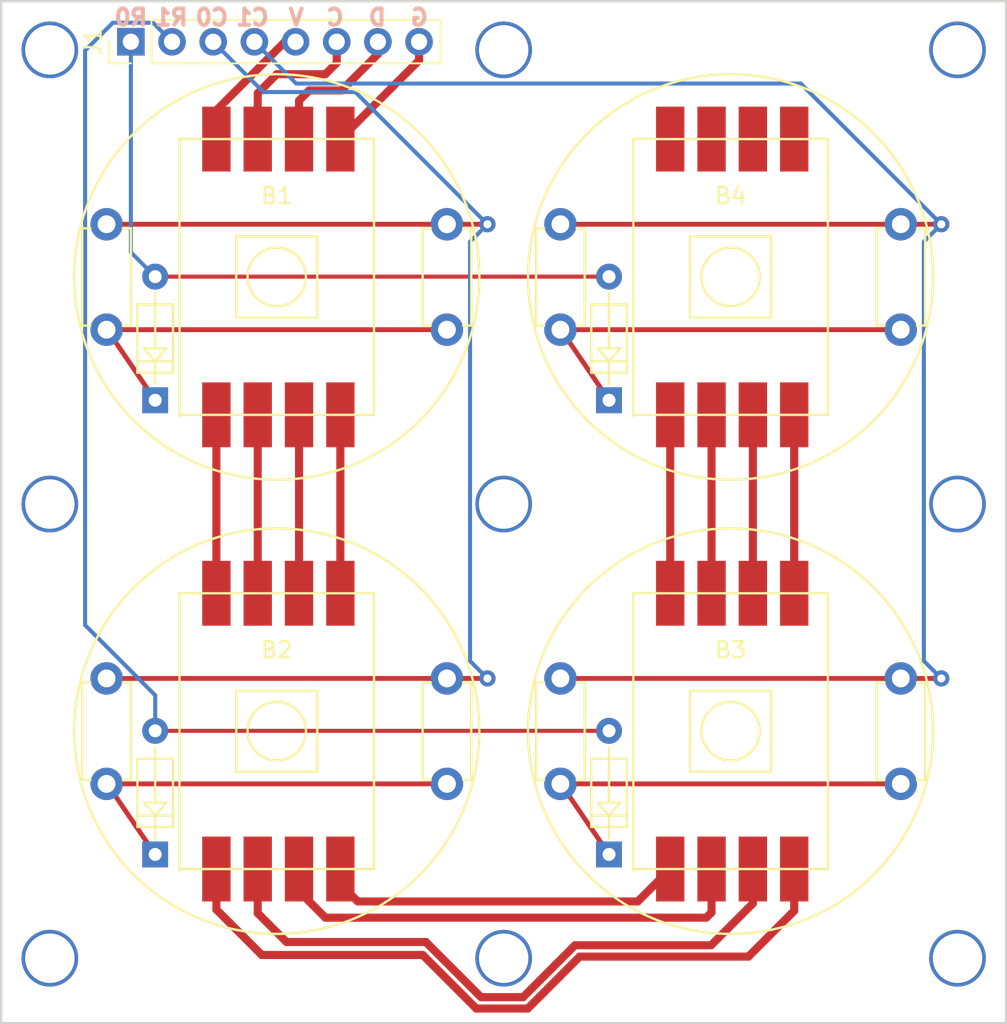
<source format=kicad_pcb>
(kicad_pcb (version 4) (host pcbnew 4.0.7)

  (general
    (links 24)
    (no_connects 0)
    (area 82.924999 82.924999 145.075001 146.075001)
    (thickness 1.6)
    (drawings 12)
    (tracks 77)
    (zones 0)
    (modules 14)
    (nets 25)
  )

  (page A4)
  (layers
    (0 F.Cu signal)
    (31 B.Cu signal)
    (32 B.Adhes user)
    (33 F.Adhes user)
    (34 B.Paste user)
    (35 F.Paste user)
    (36 B.SilkS user)
    (37 F.SilkS user)
    (38 B.Mask user)
    (39 F.Mask user)
    (40 Dwgs.User user)
    (41 Cmts.User user)
    (42 Eco1.User user)
    (43 Eco2.User user)
    (44 Edge.Cuts user)
    (45 Margin user)
    (46 B.CrtYd user)
    (47 F.CrtYd user)
    (48 B.Fab user)
    (49 F.Fab user hide)
  )

  (setup
    (last_trace_width 0.25)
    (user_trace_width 0.25)
    (user_trace_width 0.5)
    (user_trace_width 0.75)
    (trace_clearance 0.2)
    (zone_clearance 0.508)
    (zone_45_only no)
    (trace_min 0.2)
    (segment_width 0.2)
    (edge_width 0.15)
    (via_size 0.6)
    (via_drill 0.4)
    (via_min_size 0.4)
    (via_min_drill 0.3)
    (uvia_size 0.3)
    (uvia_drill 0.1)
    (uvias_allowed no)
    (uvia_min_size 0.2)
    (uvia_min_drill 0.1)
    (pcb_text_width 0.3)
    (pcb_text_size 1.5 1.5)
    (mod_edge_width 0.15)
    (mod_text_size 1 1)
    (mod_text_width 0.15)
    (pad_size 1.524 1.524)
    (pad_drill 0.762)
    (pad_to_mask_clearance 0.2)
    (aux_axis_origin 0 0)
    (visible_elements 7FFFF77F)
    (pcbplotparams
      (layerselection 0x00030_80000001)
      (usegerberextensions false)
      (excludeedgelayer true)
      (linewidth 0.100000)
      (plotframeref false)
      (viasonmask false)
      (mode 1)
      (useauxorigin false)
      (hpglpennumber 1)
      (hpglpenspeed 20)
      (hpglpendiameter 15)
      (hpglpenoverlay 2)
      (psnegative false)
      (psa4output false)
      (plotreference true)
      (plotvalue true)
      (plotinvisibletext false)
      (padsonsilk false)
      (subtractmaskfromsilk false)
      (outputformat 1)
      (mirror false)
      (drillshape 1)
      (scaleselection 1)
      (outputdirectory ""))
  )

  (net 0 "")
  (net 1 COL_0)
  (net 2 ROW_0)
  (net 3 "Net-(B1-Pad5)")
  (net 4 "Net-(B1-Pad8)")
  (net 5 "Net-(B1-Pad6)")
  (net 6 "Net-(B1-Pad7)")
  (net 7 "Net-(B1-Pad3)")
  (net 8 "Net-(B1-Pad2)")
  (net 9 "Net-(B1-Pad4)")
  (net 10 "Net-(B1-Pad1)")
  (net 11 ROW_1)
  (net 12 "Net-(B2-Pad5)")
  (net 13 "Net-(B2-Pad8)")
  (net 14 "Net-(B2-Pad6)")
  (net 15 "Net-(B2-Pad7)")
  (net 16 COL_1)
  (net 17 "Net-(B3-Pad3)")
  (net 18 "Net-(B3-Pad2)")
  (net 19 "Net-(B3-Pad4)")
  (net 20 "Net-(B3-Pad1)")
  (net 21 "Net-(B4-Pad3)")
  (net 22 "Net-(B4-Pad2)")
  (net 23 "Net-(B4-Pad4)")
  (net 24 "Net-(B4-Pad1)")

  (net_class Default "This is the default net class."
    (clearance 0.2)
    (trace_width 0.25)
    (via_dia 0.6)
    (via_drill 0.4)
    (uvia_dia 0.3)
    (uvia_drill 0.1)
    (add_net COL_0)
    (add_net COL_1)
    (add_net "Net-(B1-Pad1)")
    (add_net "Net-(B1-Pad2)")
    (add_net "Net-(B1-Pad3)")
    (add_net "Net-(B1-Pad4)")
    (add_net "Net-(B1-Pad5)")
    (add_net "Net-(B1-Pad6)")
    (add_net "Net-(B1-Pad7)")
    (add_net "Net-(B1-Pad8)")
    (add_net "Net-(B2-Pad5)")
    (add_net "Net-(B2-Pad6)")
    (add_net "Net-(B2-Pad7)")
    (add_net "Net-(B2-Pad8)")
    (add_net "Net-(B3-Pad1)")
    (add_net "Net-(B3-Pad2)")
    (add_net "Net-(B3-Pad3)")
    (add_net "Net-(B3-Pad4)")
    (add_net "Net-(B4-Pad1)")
    (add_net "Net-(B4-Pad2)")
    (add_net "Net-(B4-Pad3)")
    (add_net "Net-(B4-Pad4)")
    (add_net ROW_0)
    (add_net ROW_1)
  )

  (module custom:mount (layer F.Cu) (tedit 5B36BFAA) (tstamp 5B36C44A)
    (at 142 142)
    (descr "3mm mount hole for 5.25mm standoff")
    (tags DEV)
    (fp_text reference REF** (at 0 -3.048) (layer F.SilkS) hide
      (effects (font (size 1 1) (thickness 0.15)))
    )
    (fp_text value mount (at 0 3) (layer F.Fab) hide
      (effects (font (size 1 1) (thickness 0.15)))
    )
    (fp_circle (center 0 0) (end 2.6 0) (layer F.CrtYd) (width 0.05))
    (pad 0 thru_hole circle (at 0 0) (size 3.5 3.5) (drill 3.048) (layers *.Cu *.Mask))
  )

  (module custom:mount (layer F.Cu) (tedit 5B36BFAA) (tstamp 5B36C445)
    (at 114 142)
    (descr "3mm mount hole for 5.25mm standoff")
    (tags DEV)
    (fp_text reference REF** (at 0 -3.048) (layer F.SilkS) hide
      (effects (font (size 1 1) (thickness 0.15)))
    )
    (fp_text value mount (at 0 3) (layer F.Fab) hide
      (effects (font (size 1 1) (thickness 0.15)))
    )
    (fp_circle (center 0 0) (end 2.6 0) (layer F.CrtYd) (width 0.05))
    (pad 0 thru_hole circle (at 0 0) (size 3.5 3.5) (drill 3.048) (layers *.Cu *.Mask))
  )

  (module custom:mount (layer F.Cu) (tedit 5B36BFAA) (tstamp 5B36C440)
    (at 86 142)
    (descr "3mm mount hole for 5.25mm standoff")
    (tags DEV)
    (fp_text reference REF** (at 0 -3.048) (layer F.SilkS) hide
      (effects (font (size 1 1) (thickness 0.15)))
    )
    (fp_text value mount (at 0 3) (layer F.Fab) hide
      (effects (font (size 1 1) (thickness 0.15)))
    )
    (fp_circle (center 0 0) (end 2.6 0) (layer F.CrtYd) (width 0.05))
    (pad 0 thru_hole circle (at 0 0) (size 3.5 3.5) (drill 3.048) (layers *.Cu *.Mask))
  )

  (module custom:mount (layer F.Cu) (tedit 5B36BFAA) (tstamp 5B36C43B)
    (at 142 114)
    (descr "3mm mount hole for 5.25mm standoff")
    (tags DEV)
    (fp_text reference REF** (at 0 -3.048) (layer F.SilkS) hide
      (effects (font (size 1 1) (thickness 0.15)))
    )
    (fp_text value mount (at 0 3) (layer F.Fab) hide
      (effects (font (size 1 1) (thickness 0.15)))
    )
    (fp_circle (center 0 0) (end 2.6 0) (layer F.CrtYd) (width 0.05))
    (pad 0 thru_hole circle (at 0 0) (size 3.5 3.5) (drill 3.048) (layers *.Cu *.Mask))
  )

  (module custom:mount (layer F.Cu) (tedit 5B36BFAA) (tstamp 5B36C436)
    (at 114 114)
    (descr "3mm mount hole for 5.25mm standoff")
    (tags DEV)
    (fp_text reference REF** (at 0 -3.048) (layer F.SilkS) hide
      (effects (font (size 1 1) (thickness 0.15)))
    )
    (fp_text value mount (at 0 3) (layer F.Fab) hide
      (effects (font (size 1 1) (thickness 0.15)))
    )
    (fp_circle (center 0 0) (end 2.6 0) (layer F.CrtYd) (width 0.05))
    (pad 0 thru_hole circle (at 0 0) (size 3.5 3.5) (drill 3.048) (layers *.Cu *.Mask))
  )

  (module custom:mount (layer F.Cu) (tedit 5B36BFAA) (tstamp 5B36C431)
    (at 86 114)
    (descr "3mm mount hole for 5.25mm standoff")
    (tags DEV)
    (fp_text reference REF** (at 0 -3.048) (layer F.SilkS) hide
      (effects (font (size 1 1) (thickness 0.15)))
    )
    (fp_text value mount (at 0 3) (layer F.Fab) hide
      (effects (font (size 1 1) (thickness 0.15)))
    )
    (fp_circle (center 0 0) (end 2.6 0) (layer F.CrtYd) (width 0.05))
    (pad 0 thru_hole circle (at 0 0) (size 3.5 3.5) (drill 3.048) (layers *.Cu *.Mask))
  )

  (module custom:mount (layer F.Cu) (tedit 5B36BFAA) (tstamp 5B36C42C)
    (at 142 86)
    (descr "3mm mount hole for 5.25mm standoff")
    (tags DEV)
    (fp_text reference REF** (at 0 -3.048) (layer F.SilkS) hide
      (effects (font (size 1 1) (thickness 0.15)))
    )
    (fp_text value mount (at 0 3) (layer F.Fab) hide
      (effects (font (size 1 1) (thickness 0.15)))
    )
    (fp_circle (center 0 0) (end 2.6 0) (layer F.CrtYd) (width 0.05))
    (pad 0 thru_hole circle (at 0 0) (size 3.5 3.5) (drill 3.048) (layers *.Cu *.Mask))
  )

  (module custom:mount (layer F.Cu) (tedit 5B36BFAA) (tstamp 5B36C427)
    (at 114 86)
    (descr "3mm mount hole for 5.25mm standoff")
    (tags DEV)
    (fp_text reference REF** (at 0 -3.048) (layer F.SilkS) hide
      (effects (font (size 1 1) (thickness 0.15)))
    )
    (fp_text value mount (at 0 3) (layer F.Fab) hide
      (effects (font (size 1 1) (thickness 0.15)))
    )
    (fp_circle (center 0 0) (end 2.6 0) (layer F.CrtYd) (width 0.05))
    (pad 0 thru_hole circle (at 0 0) (size 3.5 3.5) (drill 3.048) (layers *.Cu *.Mask))
  )

  (module Socket_Strips:Socket_Strip_Straight_1x08_Pitch2.54mm (layer F.Cu) (tedit 5B36C0E3) (tstamp 5B36BFE0)
    (at 91 85.5 90)
    (descr "Through hole straight socket strip, 1x08, 2.54mm pitch, single row")
    (tags "Through hole socket strip THT 1x08 2.54mm single row")
    (path /5B36C3AB)
    (fp_text reference J1 (at 0 -2.33 90) (layer F.SilkS)
      (effects (font (size 1 1) (thickness 0.15)))
    )
    (fp_text value Conn_01x08 (at 0 20.11 90) (layer F.Fab) hide
      (effects (font (size 1 1) (thickness 0.15)))
    )
    (fp_line (start -1.27 -1.27) (end -1.27 19.05) (layer F.Fab) (width 0.1))
    (fp_line (start -1.27 19.05) (end 1.27 19.05) (layer F.Fab) (width 0.1))
    (fp_line (start 1.27 19.05) (end 1.27 -1.27) (layer F.Fab) (width 0.1))
    (fp_line (start 1.27 -1.27) (end -1.27 -1.27) (layer F.Fab) (width 0.1))
    (fp_line (start -1.33 1.27) (end -1.33 19.11) (layer F.SilkS) (width 0.12))
    (fp_line (start -1.33 19.11) (end 1.33 19.11) (layer F.SilkS) (width 0.12))
    (fp_line (start 1.33 19.11) (end 1.33 1.27) (layer F.SilkS) (width 0.12))
    (fp_line (start 1.33 1.27) (end -1.33 1.27) (layer F.SilkS) (width 0.12))
    (fp_line (start -1.33 0) (end -1.33 -1.33) (layer F.SilkS) (width 0.12))
    (fp_line (start -1.33 -1.33) (end 0 -1.33) (layer F.SilkS) (width 0.12))
    (fp_line (start -1.8 -1.8) (end -1.8 19.55) (layer F.CrtYd) (width 0.05))
    (fp_line (start -1.8 19.55) (end 1.8 19.55) (layer F.CrtYd) (width 0.05))
    (fp_line (start 1.8 19.55) (end 1.8 -1.8) (layer F.CrtYd) (width 0.05))
    (fp_line (start 1.8 -1.8) (end -1.8 -1.8) (layer F.CrtYd) (width 0.05))
    (fp_text user %R (at 0 -2.33 90) (layer F.Fab)
      (effects (font (size 1 1) (thickness 0.15)))
    )
    (pad 1 thru_hole rect (at 0 0 90) (size 1.7 1.7) (drill 1) (layers *.Cu *.Mask)
      (net 2 ROW_0))
    (pad 2 thru_hole oval (at 0 2.54 90) (size 1.7 1.7) (drill 1) (layers *.Cu *.Mask)
      (net 11 ROW_1))
    (pad 3 thru_hole oval (at 0 5.08 90) (size 1.7 1.7) (drill 1) (layers *.Cu *.Mask)
      (net 1 COL_0))
    (pad 4 thru_hole oval (at 0 7.62 90) (size 1.7 1.7) (drill 1) (layers *.Cu *.Mask)
      (net 16 COL_1))
    (pad 5 thru_hole oval (at 0 10.16 90) (size 1.7 1.7) (drill 1) (layers *.Cu *.Mask)
      (net 10 "Net-(B1-Pad1)"))
    (pad 6 thru_hole oval (at 0 12.7 90) (size 1.7 1.7) (drill 1) (layers *.Cu *.Mask)
      (net 8 "Net-(B1-Pad2)"))
    (pad 7 thru_hole oval (at 0 15.24 90) (size 1.7 1.7) (drill 1) (layers *.Cu *.Mask)
      (net 7 "Net-(B1-Pad3)"))
    (pad 8 thru_hole oval (at 0 17.78 90) (size 1.7 1.7) (drill 1) (layers *.Cu *.Mask)
      (net 9 "Net-(B1-Pad4)"))
    (model ${KISYS3DMOD}/Socket_Strips.3dshapes/Socket_Strip_Straight_1x08_Pitch2.54mm.wrl
      (at (xyz 0 -0.35 0))
      (scale (xyz 1 1 1))
      (rotate (xyz 0 0 270))
    )
  )

  (module custom:mount (layer F.Cu) (tedit 5B36BFAA) (tstamp 5B36C40D)
    (at 86 86)
    (descr "3mm mount hole for 5.25mm standoff")
    (tags DEV)
    (fp_text reference REF** (at 0 -3.048) (layer F.SilkS) hide
      (effects (font (size 1 1) (thickness 0.15)))
    )
    (fp_text value mount (at 0 3) (layer F.Fab) hide
      (effects (font (size 1 1) (thickness 0.15)))
    )
    (fp_circle (center 0 0) (end 2.6 0) (layer F.CrtYd) (width 0.05))
    (pad 0 thru_hole circle (at 0 0) (size 3.5 3.5) (drill 3.048) (layers *.Cu *.Mask))
  )

  (module custom:bixel (layer F.Cu) (tedit 5B36C38B) (tstamp 5B36BF20)
    (at 100 100)
    (tags bixel)
    (path /5B36BF26)
    (fp_text reference B1 (at 0 -5) (layer F.SilkS)
      (effects (font (size 1 1) (thickness 0.15)))
    )
    (fp_text value bixel_down (at 0 5.25) (layer F.Fab) hide
      (effects (font (size 1 1) (thickness 0.15)))
    )
    (fp_line (start 10.5 -3.25) (end 13 -3.25) (layer F.Cu) (width 0.3))
    (fp_line (start -7.5 7.6) (end -10.5 3.2) (layer F.Cu) (width 0.3))
    (fp_line (start -10.5 3.25) (end 10.5 3.25) (layer F.Cu) (width 0.3))
    (fp_line (start -10.5 -3.25) (end 10.5 -3.25) (layer F.Cu) (width 0.3))
    (fp_circle (center 0 0) (end 14 0) (layer F.Fab) (width 0.15))
    (fp_circle (center 0 0) (end 9 0) (layer F.Fab) (width 0.15))
    (fp_circle (center 0 0) (end 0 12.5) (layer F.SilkS) (width 0.15))
    (fp_line (start 12 -3) (end 11.5 -3) (layer F.SilkS) (width 0.15))
    (fp_line (start 12 3) (end 12 -3) (layer F.SilkS) (width 0.15))
    (fp_line (start 11.5 3) (end 12 3) (layer F.SilkS) (width 0.15))
    (fp_line (start 9 3) (end 9.5 3) (layer F.SilkS) (width 0.15))
    (fp_line (start 9 -3) (end 9 3) (layer F.SilkS) (width 0.15))
    (fp_line (start 9.5 -3) (end 9 -3) (layer F.SilkS) (width 0.15))
    (fp_line (start -11.5 -3) (end -12 -3) (layer F.SilkS) (width 0.15))
    (fp_line (start -12 -3) (end -12 3) (layer F.SilkS) (width 0.15))
    (fp_line (start -12 3) (end -11.5 3) (layer F.SilkS) (width 0.15))
    (fp_line (start -9.5 3) (end -9 3) (layer F.SilkS) (width 0.15))
    (fp_line (start -9 3) (end -9 -3) (layer F.SilkS) (width 0.15))
    (fp_line (start -9 -3) (end -9.5 -3) (layer F.SilkS) (width 0.15))
    (fp_line (start -7.5 5.2) (end -7.5 5.9) (layer F.SilkS) (width 0.15))
    (fp_line (start -7.5 5.9) (end -7.5 6.6) (layer F.SilkS) (width 0.15))
    (fp_line (start -7.5 4.4) (end -7.5 1) (layer F.SilkS) (width 0.15))
    (fp_line (start -7.5 5.2) (end -8.2 4.4) (layer F.SilkS) (width 0.15))
    (fp_line (start -8.2 4.4) (end -6.8 4.4) (layer F.SilkS) (width 0.15))
    (fp_line (start -6.8 4.4) (end -7.5 5.2) (layer F.SilkS) (width 0.15))
    (fp_line (start -8.6 5.2) (end -6.4 5.2) (layer F.SilkS) (width 0.15))
    (fp_line (start -8.6 5.9) (end -8.6 1.7) (layer F.SilkS) (width 0.15))
    (fp_line (start -8.6 1.7) (end -6.4 1.7) (layer F.SilkS) (width 0.15))
    (fp_line (start -6.4 1.7) (end -6.4 5.9) (layer F.SilkS) (width 0.15))
    (fp_line (start -6.4 5.9) (end -8.6 5.9) (layer F.SilkS) (width 0.15))
    (fp_circle (center 0 0) (end 1 1.5) (layer F.SilkS) (width 0.15))
    (fp_line (start -2.5 0) (end -2.5 -2.5) (layer F.SilkS) (width 0.15))
    (fp_line (start -2.5 -2.5) (end 2.5 -2.5) (layer F.SilkS) (width 0.15))
    (fp_line (start 2.5 -2.5) (end 2.5 2.5) (layer F.SilkS) (width 0.15))
    (fp_line (start 2.5 2.5) (end -2.5 2.5) (layer F.SilkS) (width 0.15))
    (fp_line (start -2.5 2.5) (end -2.5 0) (layer F.SilkS) (width 0.15))
    (fp_line (start -6 0) (end -6 -8.5) (layer F.SilkS) (width 0.15))
    (fp_line (start -6 -8.5) (end 6 -8.5) (layer F.SilkS) (width 0.15))
    (fp_line (start 6 -8.5) (end 6 8.5) (layer F.SilkS) (width 0.15))
    (fp_line (start 6 8.5) (end -6 8.5) (layer F.SilkS) (width 0.15))
    (fp_line (start -6 8.6) (end -6 0.1) (layer F.SilkS) (width 0.15))
    (pad 10 thru_hole circle (at 13 -3.25) (size 1 1) (drill 0.5) (layers *.Cu *.Mask)
      (net 1 COL_0))
    (pad "" thru_hole circle (at 10.5 -3.25) (size 2 2) (drill 1.1) (layers *.Cu *.Mask))
    (pad "" thru_hole circle (at 10.5 3.25) (size 2 2) (drill 1.1) (layers *.Cu *.Mask))
    (pad "" thru_hole circle (at -10.5 3.25) (size 2 2) (drill 1.1) (layers *.Cu *.Mask))
    (pad "" thru_hole circle (at -10.5 -3.25) (size 2 2) (drill 1.1) (layers *.Cu *.Mask))
    (pad 9 thru_hole oval (at -7.5 -0.02 90) (size 1.6 1.6) (drill 0.8) (layers *.Cu *.Mask)
      (net 2 ROW_0))
    (pad 5 smd rect (at -3.725 8.5) (size 1.75 4) (layers F.Cu F.Paste F.Mask)
      (net 3 "Net-(B1-Pad5)"))
    (pad 8 smd rect (at 3.925 8.5) (size 1.75 4) (layers F.Cu F.Paste F.Mask)
      (net 4 "Net-(B1-Pad8)"))
    (pad 6 smd rect (at -1.175 8.5) (size 1.75 4) (layers F.Cu F.Paste F.Mask)
      (net 5 "Net-(B1-Pad6)"))
    (pad 7 smd rect (at 1.375 8.5) (size 1.75 4) (layers F.Cu F.Paste F.Mask)
      (net 6 "Net-(B1-Pad7)"))
    (pad 3 smd rect (at 1.375 -8.5) (size 1.75 4) (layers F.Cu F.Paste F.Mask)
      (net 7 "Net-(B1-Pad3)"))
    (pad 2 smd rect (at -1.175 -8.5) (size 1.75 4) (layers F.Cu F.Paste F.Mask)
      (net 8 "Net-(B1-Pad2)"))
    (pad 4 smd rect (at 3.925 -8.5) (size 1.75 4) (layers F.Cu F.Paste F.Mask)
      (net 9 "Net-(B1-Pad4)"))
    (pad 1 smd rect (at -3.725 -8.5) (size 1.75 4) (layers F.Cu F.Paste F.Mask)
      (net 10 "Net-(B1-Pad1)"))
    (pad "" thru_hole rect (at -7.5 7.6 90) (size 1.6 1.6) (drill 0.8) (layers *.Cu *.Mask))
  )

  (module custom:bixel (layer F.Cu) (tedit 5B36C38B) (tstamp 5B36BFD4)
    (at 128 100)
    (tags bixel)
    (path /5B36BF6D)
    (fp_text reference B4 (at 0 -5) (layer F.SilkS)
      (effects (font (size 1 1) (thickness 0.15)))
    )
    (fp_text value bixel_up (at 0 5.25) (layer F.Fab) hide
      (effects (font (size 1 1) (thickness 0.15)))
    )
    (fp_line (start 10.5 -3.25) (end 13 -3.25) (layer F.Cu) (width 0.3))
    (fp_line (start -7.5 7.6) (end -10.5 3.2) (layer F.Cu) (width 0.3))
    (fp_line (start -10.5 3.25) (end 10.5 3.25) (layer F.Cu) (width 0.3))
    (fp_line (start -10.5 -3.25) (end 10.5 -3.25) (layer F.Cu) (width 0.3))
    (fp_circle (center 0 0) (end 14 0) (layer F.Fab) (width 0.15))
    (fp_circle (center 0 0) (end 9 0) (layer F.Fab) (width 0.15))
    (fp_circle (center 0 0) (end 0 12.5) (layer F.SilkS) (width 0.15))
    (fp_line (start 12 -3) (end 11.5 -3) (layer F.SilkS) (width 0.15))
    (fp_line (start 12 3) (end 12 -3) (layer F.SilkS) (width 0.15))
    (fp_line (start 11.5 3) (end 12 3) (layer F.SilkS) (width 0.15))
    (fp_line (start 9 3) (end 9.5 3) (layer F.SilkS) (width 0.15))
    (fp_line (start 9 -3) (end 9 3) (layer F.SilkS) (width 0.15))
    (fp_line (start 9.5 -3) (end 9 -3) (layer F.SilkS) (width 0.15))
    (fp_line (start -11.5 -3) (end -12 -3) (layer F.SilkS) (width 0.15))
    (fp_line (start -12 -3) (end -12 3) (layer F.SilkS) (width 0.15))
    (fp_line (start -12 3) (end -11.5 3) (layer F.SilkS) (width 0.15))
    (fp_line (start -9.5 3) (end -9 3) (layer F.SilkS) (width 0.15))
    (fp_line (start -9 3) (end -9 -3) (layer F.SilkS) (width 0.15))
    (fp_line (start -9 -3) (end -9.5 -3) (layer F.SilkS) (width 0.15))
    (fp_line (start -7.5 5.2) (end -7.5 5.9) (layer F.SilkS) (width 0.15))
    (fp_line (start -7.5 5.9) (end -7.5 6.6) (layer F.SilkS) (width 0.15))
    (fp_line (start -7.5 4.4) (end -7.5 1) (layer F.SilkS) (width 0.15))
    (fp_line (start -7.5 5.2) (end -8.2 4.4) (layer F.SilkS) (width 0.15))
    (fp_line (start -8.2 4.4) (end -6.8 4.4) (layer F.SilkS) (width 0.15))
    (fp_line (start -6.8 4.4) (end -7.5 5.2) (layer F.SilkS) (width 0.15))
    (fp_line (start -8.6 5.2) (end -6.4 5.2) (layer F.SilkS) (width 0.15))
    (fp_line (start -8.6 5.9) (end -8.6 1.7) (layer F.SilkS) (width 0.15))
    (fp_line (start -8.6 1.7) (end -6.4 1.7) (layer F.SilkS) (width 0.15))
    (fp_line (start -6.4 1.7) (end -6.4 5.9) (layer F.SilkS) (width 0.15))
    (fp_line (start -6.4 5.9) (end -8.6 5.9) (layer F.SilkS) (width 0.15))
    (fp_circle (center 0 0) (end 1 1.5) (layer F.SilkS) (width 0.15))
    (fp_line (start -2.5 0) (end -2.5 -2.5) (layer F.SilkS) (width 0.15))
    (fp_line (start -2.5 -2.5) (end 2.5 -2.5) (layer F.SilkS) (width 0.15))
    (fp_line (start 2.5 -2.5) (end 2.5 2.5) (layer F.SilkS) (width 0.15))
    (fp_line (start 2.5 2.5) (end -2.5 2.5) (layer F.SilkS) (width 0.15))
    (fp_line (start -2.5 2.5) (end -2.5 0) (layer F.SilkS) (width 0.15))
    (fp_line (start -6 0) (end -6 -8.5) (layer F.SilkS) (width 0.15))
    (fp_line (start -6 -8.5) (end 6 -8.5) (layer F.SilkS) (width 0.15))
    (fp_line (start 6 -8.5) (end 6 8.5) (layer F.SilkS) (width 0.15))
    (fp_line (start 6 8.5) (end -6 8.5) (layer F.SilkS) (width 0.15))
    (fp_line (start -6 8.6) (end -6 0.1) (layer F.SilkS) (width 0.15))
    (pad 10 thru_hole circle (at 13 -3.25) (size 1 1) (drill 0.5) (layers *.Cu *.Mask)
      (net 16 COL_1))
    (pad "" thru_hole circle (at 10.5 -3.25) (size 2 2) (drill 1.1) (layers *.Cu *.Mask))
    (pad "" thru_hole circle (at 10.5 3.25) (size 2 2) (drill 1.1) (layers *.Cu *.Mask))
    (pad "" thru_hole circle (at -10.5 3.25) (size 2 2) (drill 1.1) (layers *.Cu *.Mask))
    (pad "" thru_hole circle (at -10.5 -3.25) (size 2 2) (drill 1.1) (layers *.Cu *.Mask))
    (pad 9 thru_hole oval (at -7.5 -0.02 90) (size 1.6 1.6) (drill 0.8) (layers *.Cu *.Mask)
      (net 2 ROW_0))
    (pad 5 smd rect (at -3.725 8.5) (size 1.75 4) (layers F.Cu F.Paste F.Mask)
      (net 20 "Net-(B3-Pad1)"))
    (pad 8 smd rect (at 3.925 8.5) (size 1.75 4) (layers F.Cu F.Paste F.Mask)
      (net 19 "Net-(B3-Pad4)"))
    (pad 6 smd rect (at -1.175 8.5) (size 1.75 4) (layers F.Cu F.Paste F.Mask)
      (net 18 "Net-(B3-Pad2)"))
    (pad 7 smd rect (at 1.375 8.5) (size 1.75 4) (layers F.Cu F.Paste F.Mask)
      (net 17 "Net-(B3-Pad3)"))
    (pad 3 smd rect (at 1.375 -8.5) (size 1.75 4) (layers F.Cu F.Paste F.Mask)
      (net 21 "Net-(B4-Pad3)"))
    (pad 2 smd rect (at -1.175 -8.5) (size 1.75 4) (layers F.Cu F.Paste F.Mask)
      (net 22 "Net-(B4-Pad2)"))
    (pad 4 smd rect (at 3.925 -8.5) (size 1.75 4) (layers F.Cu F.Paste F.Mask)
      (net 23 "Net-(B4-Pad4)"))
    (pad 1 smd rect (at -3.725 -8.5) (size 1.75 4) (layers F.Cu F.Paste F.Mask)
      (net 24 "Net-(B4-Pad1)"))
    (pad "" thru_hole rect (at -7.5 7.6 90) (size 1.6 1.6) (drill 0.8) (layers *.Cu *.Mask))
  )

  (module custom:bixel (layer F.Cu) (tedit 5B36C38B) (tstamp 5B36BF98)
    (at 128 128)
    (tags bixel)
    (path /5B36BFD9)
    (fp_text reference B3 (at 0 -5) (layer F.SilkS)
      (effects (font (size 1 1) (thickness 0.15)))
    )
    (fp_text value bixel_up (at 0 5.25) (layer F.Fab) hide
      (effects (font (size 1 1) (thickness 0.15)))
    )
    (fp_line (start 10.5 -3.25) (end 13 -3.25) (layer F.Cu) (width 0.3))
    (fp_line (start -7.5 7.6) (end -10.5 3.2) (layer F.Cu) (width 0.3))
    (fp_line (start -10.5 3.25) (end 10.5 3.25) (layer F.Cu) (width 0.3))
    (fp_line (start -10.5 -3.25) (end 10.5 -3.25) (layer F.Cu) (width 0.3))
    (fp_circle (center 0 0) (end 14 0) (layer F.Fab) (width 0.15))
    (fp_circle (center 0 0) (end 9 0) (layer F.Fab) (width 0.15))
    (fp_circle (center 0 0) (end 0 12.5) (layer F.SilkS) (width 0.15))
    (fp_line (start 12 -3) (end 11.5 -3) (layer F.SilkS) (width 0.15))
    (fp_line (start 12 3) (end 12 -3) (layer F.SilkS) (width 0.15))
    (fp_line (start 11.5 3) (end 12 3) (layer F.SilkS) (width 0.15))
    (fp_line (start 9 3) (end 9.5 3) (layer F.SilkS) (width 0.15))
    (fp_line (start 9 -3) (end 9 3) (layer F.SilkS) (width 0.15))
    (fp_line (start 9.5 -3) (end 9 -3) (layer F.SilkS) (width 0.15))
    (fp_line (start -11.5 -3) (end -12 -3) (layer F.SilkS) (width 0.15))
    (fp_line (start -12 -3) (end -12 3) (layer F.SilkS) (width 0.15))
    (fp_line (start -12 3) (end -11.5 3) (layer F.SilkS) (width 0.15))
    (fp_line (start -9.5 3) (end -9 3) (layer F.SilkS) (width 0.15))
    (fp_line (start -9 3) (end -9 -3) (layer F.SilkS) (width 0.15))
    (fp_line (start -9 -3) (end -9.5 -3) (layer F.SilkS) (width 0.15))
    (fp_line (start -7.5 5.2) (end -7.5 5.9) (layer F.SilkS) (width 0.15))
    (fp_line (start -7.5 5.9) (end -7.5 6.6) (layer F.SilkS) (width 0.15))
    (fp_line (start -7.5 4.4) (end -7.5 1) (layer F.SilkS) (width 0.15))
    (fp_line (start -7.5 5.2) (end -8.2 4.4) (layer F.SilkS) (width 0.15))
    (fp_line (start -8.2 4.4) (end -6.8 4.4) (layer F.SilkS) (width 0.15))
    (fp_line (start -6.8 4.4) (end -7.5 5.2) (layer F.SilkS) (width 0.15))
    (fp_line (start -8.6 5.2) (end -6.4 5.2) (layer F.SilkS) (width 0.15))
    (fp_line (start -8.6 5.9) (end -8.6 1.7) (layer F.SilkS) (width 0.15))
    (fp_line (start -8.6 1.7) (end -6.4 1.7) (layer F.SilkS) (width 0.15))
    (fp_line (start -6.4 1.7) (end -6.4 5.9) (layer F.SilkS) (width 0.15))
    (fp_line (start -6.4 5.9) (end -8.6 5.9) (layer F.SilkS) (width 0.15))
    (fp_circle (center 0 0) (end 1 1.5) (layer F.SilkS) (width 0.15))
    (fp_line (start -2.5 0) (end -2.5 -2.5) (layer F.SilkS) (width 0.15))
    (fp_line (start -2.5 -2.5) (end 2.5 -2.5) (layer F.SilkS) (width 0.15))
    (fp_line (start 2.5 -2.5) (end 2.5 2.5) (layer F.SilkS) (width 0.15))
    (fp_line (start 2.5 2.5) (end -2.5 2.5) (layer F.SilkS) (width 0.15))
    (fp_line (start -2.5 2.5) (end -2.5 0) (layer F.SilkS) (width 0.15))
    (fp_line (start -6 0) (end -6 -8.5) (layer F.SilkS) (width 0.15))
    (fp_line (start -6 -8.5) (end 6 -8.5) (layer F.SilkS) (width 0.15))
    (fp_line (start 6 -8.5) (end 6 8.5) (layer F.SilkS) (width 0.15))
    (fp_line (start 6 8.5) (end -6 8.5) (layer F.SilkS) (width 0.15))
    (fp_line (start -6 8.6) (end -6 0.1) (layer F.SilkS) (width 0.15))
    (pad 10 thru_hole circle (at 13 -3.25) (size 1 1) (drill 0.5) (layers *.Cu *.Mask)
      (net 16 COL_1))
    (pad "" thru_hole circle (at 10.5 -3.25) (size 2 2) (drill 1.1) (layers *.Cu *.Mask))
    (pad "" thru_hole circle (at 10.5 3.25) (size 2 2) (drill 1.1) (layers *.Cu *.Mask))
    (pad "" thru_hole circle (at -10.5 3.25) (size 2 2) (drill 1.1) (layers *.Cu *.Mask))
    (pad "" thru_hole circle (at -10.5 -3.25) (size 2 2) (drill 1.1) (layers *.Cu *.Mask))
    (pad 9 thru_hole oval (at -7.5 -0.02 90) (size 1.6 1.6) (drill 0.8) (layers *.Cu *.Mask)
      (net 11 ROW_1))
    (pad 5 smd rect (at -3.725 8.5) (size 1.75 4) (layers F.Cu F.Paste F.Mask)
      (net 13 "Net-(B2-Pad8)"))
    (pad 8 smd rect (at 3.925 8.5) (size 1.75 4) (layers F.Cu F.Paste F.Mask)
      (net 12 "Net-(B2-Pad5)"))
    (pad 6 smd rect (at -1.175 8.5) (size 1.75 4) (layers F.Cu F.Paste F.Mask)
      (net 15 "Net-(B2-Pad7)"))
    (pad 7 smd rect (at 1.375 8.5) (size 1.75 4) (layers F.Cu F.Paste F.Mask)
      (net 14 "Net-(B2-Pad6)"))
    (pad 3 smd rect (at 1.375 -8.5) (size 1.75 4) (layers F.Cu F.Paste F.Mask)
      (net 17 "Net-(B3-Pad3)"))
    (pad 2 smd rect (at -1.175 -8.5) (size 1.75 4) (layers F.Cu F.Paste F.Mask)
      (net 18 "Net-(B3-Pad2)"))
    (pad 4 smd rect (at 3.925 -8.5) (size 1.75 4) (layers F.Cu F.Paste F.Mask)
      (net 19 "Net-(B3-Pad4)"))
    (pad 1 smd rect (at -3.725 -8.5) (size 1.75 4) (layers F.Cu F.Paste F.Mask)
      (net 20 "Net-(B3-Pad1)"))
    (pad "" thru_hole rect (at -7.5 7.6 90) (size 1.6 1.6) (drill 0.8) (layers *.Cu *.Mask))
  )

  (module custom:bixel (layer F.Cu) (tedit 5B36C38B) (tstamp 5B36BF5C)
    (at 100 128)
    (tags bixel)
    (path /5B36BFAC)
    (fp_text reference B2 (at 0 -5) (layer F.SilkS)
      (effects (font (size 1 1) (thickness 0.15)))
    )
    (fp_text value bixel_down (at 0 5.25) (layer F.Fab) hide
      (effects (font (size 1 1) (thickness 0.15)))
    )
    (fp_line (start 10.5 -3.25) (end 13 -3.25) (layer F.Cu) (width 0.3))
    (fp_line (start -7.5 7.6) (end -10.5 3.2) (layer F.Cu) (width 0.3))
    (fp_line (start -10.5 3.25) (end 10.5 3.25) (layer F.Cu) (width 0.3))
    (fp_line (start -10.5 -3.25) (end 10.5 -3.25) (layer F.Cu) (width 0.3))
    (fp_circle (center 0 0) (end 14 0) (layer F.Fab) (width 0.15))
    (fp_circle (center 0 0) (end 9 0) (layer F.Fab) (width 0.15))
    (fp_circle (center 0 0) (end 0 12.5) (layer F.SilkS) (width 0.15))
    (fp_line (start 12 -3) (end 11.5 -3) (layer F.SilkS) (width 0.15))
    (fp_line (start 12 3) (end 12 -3) (layer F.SilkS) (width 0.15))
    (fp_line (start 11.5 3) (end 12 3) (layer F.SilkS) (width 0.15))
    (fp_line (start 9 3) (end 9.5 3) (layer F.SilkS) (width 0.15))
    (fp_line (start 9 -3) (end 9 3) (layer F.SilkS) (width 0.15))
    (fp_line (start 9.5 -3) (end 9 -3) (layer F.SilkS) (width 0.15))
    (fp_line (start -11.5 -3) (end -12 -3) (layer F.SilkS) (width 0.15))
    (fp_line (start -12 -3) (end -12 3) (layer F.SilkS) (width 0.15))
    (fp_line (start -12 3) (end -11.5 3) (layer F.SilkS) (width 0.15))
    (fp_line (start -9.5 3) (end -9 3) (layer F.SilkS) (width 0.15))
    (fp_line (start -9 3) (end -9 -3) (layer F.SilkS) (width 0.15))
    (fp_line (start -9 -3) (end -9.5 -3) (layer F.SilkS) (width 0.15))
    (fp_line (start -7.5 5.2) (end -7.5 5.9) (layer F.SilkS) (width 0.15))
    (fp_line (start -7.5 5.9) (end -7.5 6.6) (layer F.SilkS) (width 0.15))
    (fp_line (start -7.5 4.4) (end -7.5 1) (layer F.SilkS) (width 0.15))
    (fp_line (start -7.5 5.2) (end -8.2 4.4) (layer F.SilkS) (width 0.15))
    (fp_line (start -8.2 4.4) (end -6.8 4.4) (layer F.SilkS) (width 0.15))
    (fp_line (start -6.8 4.4) (end -7.5 5.2) (layer F.SilkS) (width 0.15))
    (fp_line (start -8.6 5.2) (end -6.4 5.2) (layer F.SilkS) (width 0.15))
    (fp_line (start -8.6 5.9) (end -8.6 1.7) (layer F.SilkS) (width 0.15))
    (fp_line (start -8.6 1.7) (end -6.4 1.7) (layer F.SilkS) (width 0.15))
    (fp_line (start -6.4 1.7) (end -6.4 5.9) (layer F.SilkS) (width 0.15))
    (fp_line (start -6.4 5.9) (end -8.6 5.9) (layer F.SilkS) (width 0.15))
    (fp_circle (center 0 0) (end 1 1.5) (layer F.SilkS) (width 0.15))
    (fp_line (start -2.5 0) (end -2.5 -2.5) (layer F.SilkS) (width 0.15))
    (fp_line (start -2.5 -2.5) (end 2.5 -2.5) (layer F.SilkS) (width 0.15))
    (fp_line (start 2.5 -2.5) (end 2.5 2.5) (layer F.SilkS) (width 0.15))
    (fp_line (start 2.5 2.5) (end -2.5 2.5) (layer F.SilkS) (width 0.15))
    (fp_line (start -2.5 2.5) (end -2.5 0) (layer F.SilkS) (width 0.15))
    (fp_line (start -6 0) (end -6 -8.5) (layer F.SilkS) (width 0.15))
    (fp_line (start -6 -8.5) (end 6 -8.5) (layer F.SilkS) (width 0.15))
    (fp_line (start 6 -8.5) (end 6 8.5) (layer F.SilkS) (width 0.15))
    (fp_line (start 6 8.5) (end -6 8.5) (layer F.SilkS) (width 0.15))
    (fp_line (start -6 8.6) (end -6 0.1) (layer F.SilkS) (width 0.15))
    (pad 10 thru_hole circle (at 13 -3.25) (size 1 1) (drill 0.5) (layers *.Cu *.Mask)
      (net 1 COL_0))
    (pad "" thru_hole circle (at 10.5 -3.25) (size 2 2) (drill 1.1) (layers *.Cu *.Mask))
    (pad "" thru_hole circle (at 10.5 3.25) (size 2 2) (drill 1.1) (layers *.Cu *.Mask))
    (pad "" thru_hole circle (at -10.5 3.25) (size 2 2) (drill 1.1) (layers *.Cu *.Mask))
    (pad "" thru_hole circle (at -10.5 -3.25) (size 2 2) (drill 1.1) (layers *.Cu *.Mask))
    (pad 9 thru_hole oval (at -7.5 -0.02 90) (size 1.6 1.6) (drill 0.8) (layers *.Cu *.Mask)
      (net 11 ROW_1))
    (pad 5 smd rect (at -3.725 8.5) (size 1.75 4) (layers F.Cu F.Paste F.Mask)
      (net 12 "Net-(B2-Pad5)"))
    (pad 8 smd rect (at 3.925 8.5) (size 1.75 4) (layers F.Cu F.Paste F.Mask)
      (net 13 "Net-(B2-Pad8)"))
    (pad 6 smd rect (at -1.175 8.5) (size 1.75 4) (layers F.Cu F.Paste F.Mask)
      (net 14 "Net-(B2-Pad6)"))
    (pad 7 smd rect (at 1.375 8.5) (size 1.75 4) (layers F.Cu F.Paste F.Mask)
      (net 15 "Net-(B2-Pad7)"))
    (pad 3 smd rect (at 1.375 -8.5) (size 1.75 4) (layers F.Cu F.Paste F.Mask)
      (net 6 "Net-(B1-Pad7)"))
    (pad 2 smd rect (at -1.175 -8.5) (size 1.75 4) (layers F.Cu F.Paste F.Mask)
      (net 5 "Net-(B1-Pad6)"))
    (pad 4 smd rect (at 3.925 -8.5) (size 1.75 4) (layers F.Cu F.Paste F.Mask)
      (net 4 "Net-(B1-Pad8)"))
    (pad 1 smd rect (at -3.725 -8.5) (size 1.75 4) (layers F.Cu F.Paste F.Mask)
      (net 3 "Net-(B1-Pad5)"))
    (pad "" thru_hole rect (at -7.5 7.6 90) (size 1.6 1.6) (drill 0.8) (layers *.Cu *.Mask))
  )

  (gr_text R0 (at 91 84) (layer B.SilkS)
    (effects (font (size 1 1) (thickness 0.25)) (justify mirror))
  )
  (gr_text G (at 108.8 84) (layer B.SilkS)
    (effects (font (size 1 1) (thickness 0.25)) (justify mirror))
  )
  (gr_text D (at 106.2 84) (layer B.SilkS)
    (effects (font (size 1 1) (thickness 0.25)) (justify mirror))
  )
  (gr_text C (at 103.6 84) (layer B.SilkS)
    (effects (font (size 1 1) (thickness 0.25)) (justify mirror))
  )
  (gr_text V (at 101.2 84) (layer B.SilkS)
    (effects (font (size 1 1) (thickness 0.25)) (justify mirror))
  )
  (gr_text C1 (at 98.5 84) (layer B.SilkS)
    (effects (font (size 1 1) (thickness 0.25)) (justify mirror))
  )
  (gr_text C0 (at 96 84) (layer B.SilkS)
    (effects (font (size 1 1) (thickness 0.25)) (justify mirror))
  )
  (gr_text R1 (at 93.5 84) (layer B.SilkS)
    (effects (font (size 1 1) (thickness 0.25)) (justify mirror))
  )
  (gr_line (start 83 83) (end 145 83) (angle 90) (layer Edge.Cuts) (width 0.15))
  (gr_line (start 83 146) (end 83 83) (angle 90) (layer Edge.Cuts) (width 0.15))
  (gr_line (start 145 146) (end 145 83) (angle 90) (layer Edge.Cuts) (width 0.15))
  (gr_line (start 83 146) (end 145 146) (angle 90) (layer Edge.Cuts) (width 0.15))

  (segment (start 99.18 88.6) (end 104.85 88.6) (width 0.25) (layer B.Cu) (net 1))
  (segment (start 104.85 88.6) (end 113 96.75) (width 0.25) (layer B.Cu) (net 1))
  (segment (start 96.08 85.5) (end 99.18 88.6) (width 0.25) (layer B.Cu) (net 1))
  (segment (start 113 124.75) (end 111.924999 123.674999) (width 0.25) (layer B.Cu) (net 1))
  (segment (start 112.500001 97.249999) (end 113 96.75) (width 0.25) (layer B.Cu) (net 1))
  (segment (start 111.924999 123.674999) (end 111.924999 97.825001) (width 0.25) (layer B.Cu) (net 1))
  (segment (start 111.924999 97.825001) (end 112.500001 97.249999) (width 0.25) (layer B.Cu) (net 1))
  (segment (start 92.5 99.98) (end 120.5 99.98) (width 0.25) (layer F.Cu) (net 2) (status C00000))
  (segment (start 92.5 99.98) (end 91 98.48) (width 0.25) (layer B.Cu) (net 2))
  (segment (start 91 98.48) (end 91 85.5) (width 0.25) (layer B.Cu) (net 2))
  (segment (start 96.275 108.5) (end 96.275 119.5) (width 0.5) (layer F.Cu) (net 3))
  (segment (start 103.925 119.5) (end 103.925 108.5) (width 0.5) (layer F.Cu) (net 4))
  (segment (start 98.825 119.5) (end 98.825 108.5) (width 0.5) (layer F.Cu) (net 5))
  (segment (start 101.375 108.5) (end 101.375 119.5) (width 0.5) (layer F.Cu) (net 6))
  (segment (start 106.24 85.5) (end 106.24 86.26) (width 0.5) (layer F.Cu) (net 7))
  (segment (start 106.24 86.26) (end 104 88.5) (width 0.5) (layer F.Cu) (net 7) (tstamp 5B36C4FC))
  (segment (start 104 88.5) (end 102 88.5) (width 0.5) (layer F.Cu) (net 7) (tstamp 5B36C4FD))
  (segment (start 102 88.5) (end 101.375 89.125) (width 0.5) (layer F.Cu) (net 7) (tstamp 5B36C4FF))
  (segment (start 101.375 89.125) (end 101.375 91.5) (width 0.5) (layer F.Cu) (net 7) (tstamp 5B36C500))
  (segment (start 103.7 85.5) (end 103.7 86.8) (width 0.5) (layer F.Cu) (net 8))
  (segment (start 98.825 88.675) (end 98.825 91.5) (width 0.5) (layer F.Cu) (net 8) (tstamp 5B36C507))
  (segment (start 100 87.5) (end 98.825 88.675) (width 0.5) (layer F.Cu) (net 8) (tstamp 5B36C506))
  (segment (start 103 87.5) (end 100 87.5) (width 0.5) (layer F.Cu) (net 8) (tstamp 5B36C505))
  (segment (start 103.7 86.8) (end 103 87.5) (width 0.5) (layer F.Cu) (net 8) (tstamp 5B36C504))
  (segment (start 108.78 85.5) (end 108.78 86.645) (width 0.5) (layer F.Cu) (net 9))
  (segment (start 108.78 86.645) (end 103.925 91.5) (width 0.5) (layer F.Cu) (net 9) (tstamp 5B36C4F9))
  (segment (start 101.16 85.5) (end 100.5 85.5) (width 0.5) (layer F.Cu) (net 10))
  (segment (start 100.5 85.5) (end 96.275 89.725) (width 0.5) (layer F.Cu) (net 10) (tstamp 5B36C50A))
  (segment (start 96.275 89.725) (end 96.275 91.5) (width 0.5) (layer F.Cu) (net 10) (tstamp 5B36C50B))
  (segment (start 120.5 127.98) (end 92.5 127.98) (width 0.25) (layer F.Cu) (net 11))
  (segment (start 92.5 127.98) (end 92.5 125.788998) (width 0.25) (layer B.Cu) (net 11))
  (segment (start 92.5 125.788998) (end 88.174999 121.463997) (width 0.25) (layer B.Cu) (net 11))
  (segment (start 88.174999 121.463997) (end 88.174999 86.039999) (width 0.25) (layer B.Cu) (net 11))
  (segment (start 88.174999 86.039999) (end 89.889999 84.324999) (width 0.25) (layer B.Cu) (net 11))
  (segment (start 92.364999 84.324999) (end 92.690001 84.650001) (width 0.25) (layer B.Cu) (net 11))
  (segment (start 89.889999 84.324999) (end 92.364999 84.324999) (width 0.25) (layer B.Cu) (net 11))
  (segment (start 92.690001 84.650001) (end 93.54 85.5) (width 0.25) (layer B.Cu) (net 11))
  (segment (start 129.09999 141.90001) (end 131.925 139.075) (width 0.5) (layer F.Cu) (net 12))
  (segment (start 99.075 141.8) (end 109.010038 141.8) (width 0.5) (layer F.Cu) (net 12))
  (segment (start 96.275 139) (end 99.075 141.8) (width 0.5) (layer F.Cu) (net 12))
  (segment (start 96.275 136.5) (end 96.275 139) (width 0.5) (layer F.Cu) (net 12))
  (segment (start 112.310047 145.10001) (end 115.489952 145.10001) (width 0.5) (layer F.Cu) (net 12))
  (segment (start 109.010038 141.8) (end 112.310047 145.10001) (width 0.5) (layer F.Cu) (net 12))
  (segment (start 118.689952 141.90001) (end 129.09999 141.90001) (width 0.5) (layer F.Cu) (net 12))
  (segment (start 115.489952 145.10001) (end 118.689952 141.90001) (width 0.5) (layer F.Cu) (net 12))
  (segment (start 131.925 139.075) (end 131.925 136.5) (width 0.5) (layer F.Cu) (net 12))
  (segment (start 103.925 136.5) (end 103.925 137.425) (width 0.5) (layer F.Cu) (net 13))
  (segment (start 103.925 137.425) (end 105 138.5) (width 0.5) (layer F.Cu) (net 13) (tstamp 5B36C5D4))
  (segment (start 105 138.5) (end 122.275 138.5) (width 0.5) (layer F.Cu) (net 13) (tstamp 5B36C5D5))
  (segment (start 122.275 138.5) (end 124.275 136.5) (width 0.5) (layer F.Cu) (net 13) (tstamp 5B36C5D6))
  (segment (start 129.375 136.5) (end 129.375 138.625) (width 0.5) (layer F.Cu) (net 14))
  (segment (start 129.375 138.625) (end 126.8 141.2) (width 0.5) (layer F.Cu) (net 14) (tstamp 5B36C5EF))
  (segment (start 126.8 141.2) (end 118.4 141.2) (width 0.5) (layer F.Cu) (net 14) (tstamp 5B36C5F1))
  (segment (start 118.4 141.2) (end 115.2 144.4) (width 0.5) (layer F.Cu) (net 14) (tstamp 5B36C5F3))
  (segment (start 115.2 144.4) (end 112.6 144.4) (width 0.5) (layer F.Cu) (net 14) (tstamp 5B36C5F5))
  (segment (start 112.6 144.4) (end 109.2 141) (width 0.5) (layer F.Cu) (net 14) (tstamp 5B36C5F7))
  (segment (start 109.2 141) (end 100.6 141) (width 0.5) (layer F.Cu) (net 14) (tstamp 5B36C5F9))
  (segment (start 100.6 141) (end 98.825 139.225) (width 0.5) (layer F.Cu) (net 14) (tstamp 5B36C5FB))
  (segment (start 98.825 139.225) (end 98.825 136.5) (width 0.5) (layer F.Cu) (net 14) (tstamp 5B36C5FD))
  (segment (start 101.375 136.5) (end 101.375 137.875) (width 0.5) (layer F.Cu) (net 15))
  (segment (start 101.375 137.875) (end 103 139.5) (width 0.5) (layer F.Cu) (net 15) (tstamp 5B36C5DA))
  (segment (start 103 139.5) (end 126.5 139.5) (width 0.5) (layer F.Cu) (net 15) (tstamp 5B36C5DB))
  (segment (start 126.5 139.5) (end 126.825 139.175) (width 0.5) (layer F.Cu) (net 15) (tstamp 5B36C5DC))
  (segment (start 126.825 139.175) (end 126.825 136.5) (width 0.5) (layer F.Cu) (net 15) (tstamp 5B36C5DD))
  (segment (start 141 96.75) (end 139.924999 97.825001) (width 0.25) (layer B.Cu) (net 16))
  (segment (start 139.924999 97.825001) (end 139.924999 123.674999) (width 0.25) (layer B.Cu) (net 16))
  (segment (start 139.924999 123.674999) (end 140.500001 124.250001) (width 0.25) (layer B.Cu) (net 16))
  (segment (start 140.500001 124.250001) (end 141 124.75) (width 0.25) (layer B.Cu) (net 16))
  (segment (start 98.62 85.5) (end 101.195001 88.075001) (width 0.25) (layer B.Cu) (net 16))
  (segment (start 101.195001 88.075001) (end 132.325001 88.075001) (width 0.25) (layer B.Cu) (net 16))
  (segment (start 132.325001 88.075001) (end 140.500001 96.250001) (width 0.25) (layer B.Cu) (net 16))
  (segment (start 140.500001 96.250001) (end 141 96.75) (width 0.25) (layer B.Cu) (net 16))
  (segment (start 140.6 96.35) (end 141 96.75) (width 0.25) (layer F.Cu) (net 16))
  (segment (start 129.375 108.5) (end 129.375 119.5) (width 0.5) (layer F.Cu) (net 17))
  (segment (start 126.825 119.5) (end 126.825 108.5) (width 0.5) (layer F.Cu) (net 18))
  (segment (start 131.925 119.5) (end 131.925 108.5) (width 0.5) (layer F.Cu) (net 19))
  (segment (start 124.275 108.5) (end 124.275 119.5) (width 0.5) (layer F.Cu) (net 20))

)

</source>
